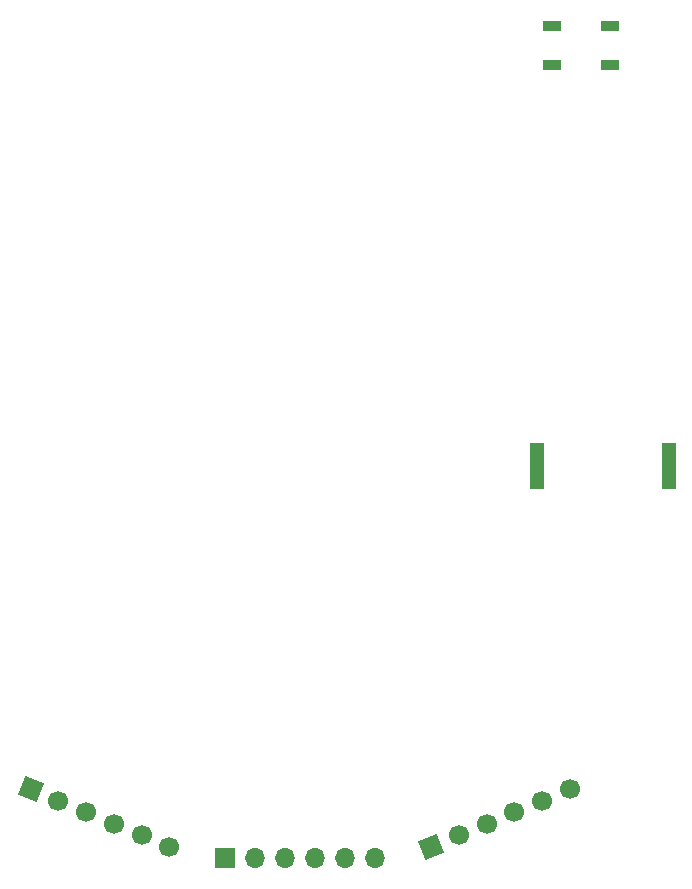
<source format=gbr>
%TF.GenerationSoftware,KiCad,Pcbnew,7.0.11*%
%TF.CreationDate,2025-01-20T01:56:26+09:00*%
%TF.ProjectId,Main,4d61696e-2e6b-4696-9361-645f70636258,rev?*%
%TF.SameCoordinates,Original*%
%TF.FileFunction,Paste,Top*%
%TF.FilePolarity,Positive*%
%FSLAX46Y46*%
G04 Gerber Fmt 4.6, Leading zero omitted, Abs format (unit mm)*
G04 Created by KiCad (PCBNEW 7.0.11) date 2025-01-20 01:56:26*
%MOMM*%
%LPD*%
G01*
G04 APERTURE LIST*
G04 Aperture macros list*
%AMHorizOval*
0 Thick line with rounded ends*
0 $1 width*
0 $2 $3 position (X,Y) of the first rounded end (center of the circle)*
0 $4 $5 position (X,Y) of the second rounded end (center of the circle)*
0 Add line between two ends*
20,1,$1,$2,$3,$4,$5,0*
0 Add two circle primitives to create the rounded ends*
1,1,$1,$2,$3*
1,1,$1,$4,$5*%
%AMRotRect*
0 Rectangle, with rotation*
0 The origin of the aperture is its center*
0 $1 length*
0 $2 width*
0 $3 Rotation angle, in degrees counterclockwise*
0 Add horizontal line*
21,1,$1,$2,0,0,$3*%
G04 Aperture macros list end*
%ADD10R,1.200000X4.000000*%
%ADD11R,1.500000X0.900000*%
%ADD12RotRect,1.700000X1.700000X292.500000*%
%ADD13HorizOval,1.700000X0.000000X0.000000X0.000000X0.000000X0*%
%ADD14RotRect,1.700000X1.700000X247.500000*%
%ADD15HorizOval,1.700000X0.000000X0.000000X0.000000X0.000000X0*%
%ADD16R,1.700000X1.700000*%
%ADD17O,1.700000X1.700000*%
G04 APERTURE END LIST*
D10*
%TO.C,BZ1*%
X172454000Y-112776000D03*
X183654000Y-112776000D03*
%TD*%
D11*
%TO.C,D1*%
X178640000Y-78780000D03*
X178640000Y-75480000D03*
X173740000Y-75480000D03*
X173740000Y-78780000D03*
%TD*%
D12*
%TO.C,J16*%
X163518479Y-144960212D03*
D13*
X165865133Y-143988196D03*
X168211787Y-143016180D03*
X170558441Y-142044164D03*
X172905095Y-141072148D03*
X175251749Y-140100132D03*
%TD*%
D14*
%TO.C,J8*%
X129608998Y-140104259D03*
D15*
X131955652Y-141076275D03*
X134302306Y-142048291D03*
X136648960Y-143020307D03*
X138995614Y-143992323D03*
X141342268Y-144964339D03*
%TD*%
D16*
%TO.C,J4*%
X146080784Y-145904743D03*
D17*
X148620784Y-145904743D03*
X151160784Y-145904743D03*
X153700784Y-145904743D03*
X156240784Y-145904743D03*
X158780784Y-145904743D03*
%TD*%
M02*

</source>
